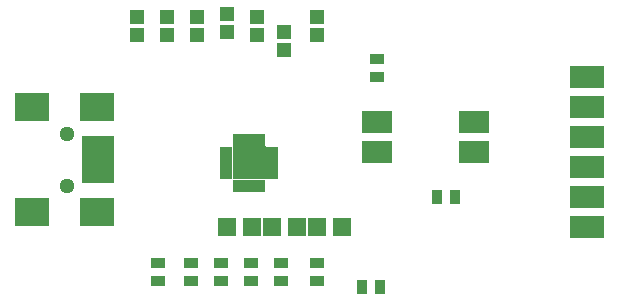
<source format=gts>
G04 #@! TF.FileFunction,Soldermask,Top*
%FSLAX46Y46*%
G04 Gerber Fmt 4.6, Leading zero omitted, Abs format (unit mm)*
G04 Created by KiCad (PCBNEW 4.0.0-rc1-stable) date 11/30/2015 8:18:10 PM*
%MOMM*%
G01*
G04 APERTURE LIST*
%ADD10C,0.100000*%
%ADD11R,1.300000X0.900000*%
%ADD12R,1.150000X1.200000*%
%ADD13R,1.598880X1.598880*%
%ADD14R,0.900000X1.300000*%
%ADD15R,2.940000X1.924000*%
%ADD16R,2.559000X1.924000*%
%ADD17R,2.701240X0.900380*%
%ADD18R,2.899360X2.398980*%
%ADD19C,1.299160*%
%ADD20R,0.700000X1.130000*%
%ADD21R,1.130000X0.700000*%
%ADD22R,1.650000X1.650000*%
G04 APERTURE END LIST*
D10*
D11*
X122440000Y-104660000D03*
X122440000Y-106160000D03*
D12*
X120650000Y-85320000D03*
X120650000Y-83820000D03*
X123190000Y-85320000D03*
X123190000Y-83820000D03*
X125730000Y-85320000D03*
X125730000Y-83820000D03*
D11*
X140970000Y-88900000D03*
X140970000Y-87400000D03*
D13*
X134178040Y-101600000D03*
X132080000Y-101600000D03*
X137988040Y-101600000D03*
X135890000Y-101600000D03*
D12*
X135890000Y-85320000D03*
X135890000Y-83820000D03*
X128270000Y-85090000D03*
X128270000Y-83590000D03*
X130810000Y-85320000D03*
X130810000Y-83820000D03*
D13*
X128270000Y-101600000D03*
X130368040Y-101600000D03*
D11*
X125210000Y-104660000D03*
X125210000Y-106160000D03*
X127750000Y-106160000D03*
X127750000Y-104660000D03*
X130290000Y-106160000D03*
X130290000Y-104660000D03*
X132830000Y-106160000D03*
X132830000Y-104660000D03*
X135890000Y-106160000D03*
X135890000Y-104660000D03*
D14*
X141200000Y-106680000D03*
X139700000Y-106680000D03*
D12*
X133096000Y-86614000D03*
X133096000Y-85114000D03*
D14*
X146050000Y-99060000D03*
X147550000Y-99060000D03*
D15*
X158750000Y-88900000D03*
X158750000Y-91440000D03*
X158750000Y-93980000D03*
X158750000Y-96520000D03*
X158750000Y-99060000D03*
X158750000Y-101600000D03*
X158750000Y-88900000D03*
X158750000Y-91440000D03*
X158750000Y-93980000D03*
X158750000Y-96520000D03*
X158750000Y-99060000D03*
X158750000Y-101600000D03*
D16*
X140970000Y-92710000D03*
X140970000Y-95250000D03*
X149225000Y-95250000D03*
X149225000Y-92710000D03*
D17*
X117358160Y-94279720D03*
X117358160Y-95079820D03*
X117358160Y-95879920D03*
X117358160Y-96680020D03*
X117358160Y-97480120D03*
D18*
X117259100Y-91429840D03*
X111760000Y-91429840D03*
X117259100Y-100330000D03*
X111760000Y-100330000D03*
D19*
X114759740Y-93680280D03*
X114759740Y-98079560D03*
D20*
X131165000Y-94184000D03*
X130665000Y-94184000D03*
X130165000Y-94184000D03*
X129665000Y-94184000D03*
X129165000Y-94184000D03*
D21*
X128200000Y-95149000D03*
X128200000Y-95649000D03*
X128200000Y-96149000D03*
X128200000Y-96649000D03*
X128200000Y-97149000D03*
D20*
X129165000Y-98114000D03*
X129665000Y-98114000D03*
X130165000Y-98114000D03*
X130665000Y-98114000D03*
X131165000Y-98114000D03*
D21*
X132130000Y-97149000D03*
X132130000Y-96649000D03*
X132130000Y-96149000D03*
X132130000Y-95649000D03*
X132130000Y-95149000D03*
D22*
X129540000Y-96774000D03*
X130790000Y-96774000D03*
X129540000Y-95524000D03*
X130790000Y-95524000D03*
M02*

</source>
